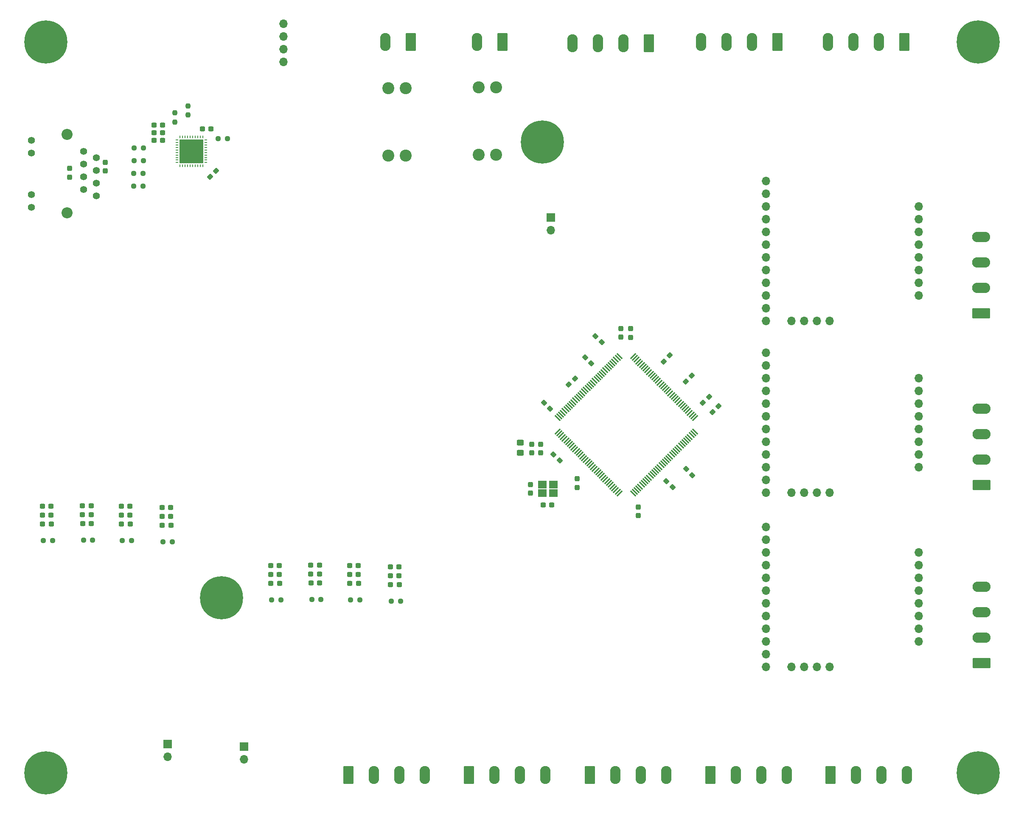
<source format=gbr>
%TF.GenerationSoftware,KiCad,Pcbnew,8.0.1*%
%TF.CreationDate,2024-05-06T01:07:55+02:00*%
%TF.ProjectId,launchpad-controller-v2,6c61756e-6368-4706-9164-2d636f6e7472,rev?*%
%TF.SameCoordinates,Original*%
%TF.FileFunction,Soldermask,Bot*%
%TF.FilePolarity,Negative*%
%FSLAX46Y46*%
G04 Gerber Fmt 4.6, Leading zero omitted, Abs format (unit mm)*
G04 Created by KiCad (PCBNEW 8.0.1) date 2024-05-06 01:07:55*
%MOMM*%
%LPD*%
G01*
G04 APERTURE LIST*
G04 Aperture macros list*
%AMRoundRect*
0 Rectangle with rounded corners*
0 $1 Rounding radius*
0 $2 $3 $4 $5 $6 $7 $8 $9 X,Y pos of 4 corners*
0 Add a 4 corners polygon primitive as box body*
4,1,4,$2,$3,$4,$5,$6,$7,$8,$9,$2,$3,0*
0 Add four circle primitives for the rounded corners*
1,1,$1+$1,$2,$3*
1,1,$1+$1,$4,$5*
1,1,$1+$1,$6,$7*
1,1,$1+$1,$8,$9*
0 Add four rect primitives between the rounded corners*
20,1,$1+$1,$2,$3,$4,$5,0*
20,1,$1+$1,$4,$5,$6,$7,0*
20,1,$1+$1,$6,$7,$8,$9,0*
20,1,$1+$1,$8,$9,$2,$3,0*%
G04 Aperture macros list end*
%ADD10C,0.900000*%
%ADD11C,8.600000*%
%ADD12C,2.400000*%
%ADD13RoundRect,0.249999X-0.790001X-1.550001X0.790001X-1.550001X0.790001X1.550001X-0.790001X1.550001X0*%
%ADD14O,2.080000X3.600000*%
%ADD15O,1.700000X1.700000*%
%ADD16RoundRect,0.249999X1.550001X-0.790001X1.550001X0.790001X-1.550001X0.790001X-1.550001X-0.790001X0*%
%ADD17O,3.600000X2.080000*%
%ADD18RoundRect,0.249999X0.790001X1.550001X-0.790001X1.550001X-0.790001X-1.550001X0.790001X-1.550001X0*%
%ADD19R,1.700000X1.700000*%
%ADD20C,1.397000*%
%ADD21C,2.209800*%
%ADD22RoundRect,0.237500X-0.237500X0.250000X-0.237500X-0.250000X0.237500X-0.250000X0.237500X0.250000X0*%
%ADD23RoundRect,0.237500X-0.044194X-0.380070X0.380070X0.044194X0.044194X0.380070X-0.380070X-0.044194X0*%
%ADD24RoundRect,0.237500X-0.237500X0.300000X-0.237500X-0.300000X0.237500X-0.300000X0.237500X0.300000X0*%
%ADD25RoundRect,0.237500X0.300000X0.237500X-0.300000X0.237500X-0.300000X-0.237500X0.300000X-0.237500X0*%
%ADD26RoundRect,0.237500X-0.300000X-0.237500X0.300000X-0.237500X0.300000X0.237500X-0.300000X0.237500X0*%
%ADD27RoundRect,0.237500X-0.250000X-0.237500X0.250000X-0.237500X0.250000X0.237500X-0.250000X0.237500X0*%
%ADD28RoundRect,0.237500X-0.380070X0.044194X0.044194X-0.380070X0.380070X-0.044194X-0.044194X0.380070X0*%
%ADD29R,1.800000X1.500000*%
%ADD30RoundRect,0.237500X0.237500X-0.300000X0.237500X0.300000X-0.237500X0.300000X-0.237500X-0.300000X0*%
%ADD31RoundRect,0.075000X-0.415425X-0.521491X0.521491X0.415425X0.415425X0.521491X-0.521491X-0.415425X0*%
%ADD32RoundRect,0.075000X0.415425X-0.521491X0.521491X-0.415425X-0.415425X0.521491X-0.521491X0.415425X0*%
%ADD33RoundRect,0.237500X0.250000X0.237500X-0.250000X0.237500X-0.250000X-0.237500X0.250000X-0.237500X0*%
%ADD34RoundRect,0.250000X-0.450000X0.325000X-0.450000X-0.325000X0.450000X-0.325000X0.450000X0.325000X0*%
%ADD35R,0.250000X0.600000*%
%ADD36R,0.600000X0.250000*%
%ADD37R,4.700001X4.700001*%
%ADD38RoundRect,0.237500X0.237500X-0.250000X0.237500X0.250000X-0.237500X0.250000X-0.237500X-0.250000X0*%
%ADD39RoundRect,0.237500X0.380070X-0.044194X-0.044194X0.380070X-0.380070X0.044194X0.044194X-0.380070X0*%
%ADD40RoundRect,0.237500X0.044194X0.380070X-0.380070X-0.044194X-0.044194X-0.380070X0.380070X0.044194X0*%
G04 APERTURE END LIST*
D10*
%TO.C,H2*%
X273775000Y204000000D03*
X274719581Y206280419D03*
X274719581Y201719581D03*
X277000000Y207225000D03*
D11*
X277000000Y204000000D03*
D10*
X277000000Y200775000D03*
X279280419Y206280419D03*
X279280419Y201719581D03*
X280225000Y204000000D03*
%TD*%
D12*
%TO.C,F2*%
X177370000Y181511500D03*
X180770000Y181511500D03*
X177370000Y194981500D03*
X180770000Y194981500D03*
%TD*%
D13*
%TO.C,J32*%
X151384000Y57625500D03*
D14*
X156464000Y57625500D03*
X161544000Y57625500D03*
X166624000Y57625500D03*
%TD*%
D10*
%TO.C,H3*%
X87775000Y58000000D03*
X88719581Y60280419D03*
X88719581Y55719581D03*
X91000000Y61225000D03*
D11*
X91000000Y58000000D03*
D10*
X91000000Y54775000D03*
X93280419Y60280419D03*
X93280419Y55719581D03*
X94225000Y58000000D03*
%TD*%
D15*
%TO.C,U12*%
X234696000Y141986000D03*
X234696000Y139446000D03*
X234696000Y136906000D03*
X234696000Y134366000D03*
X234696000Y131826000D03*
X234696000Y129286000D03*
X234696000Y126746000D03*
X234696000Y124206000D03*
X234696000Y121666000D03*
X234696000Y119126000D03*
X234696000Y116586000D03*
X234696000Y114046000D03*
X239776000Y114046000D03*
X242316000Y114046000D03*
X244856000Y114046000D03*
X247396000Y114046000D03*
X265176000Y136906000D03*
X265176000Y134366000D03*
X265176000Y131826000D03*
X265176000Y129286000D03*
X265176000Y126746000D03*
X265176000Y124206000D03*
X265176000Y121666000D03*
X265176000Y119126000D03*
%TD*%
%TO.C,U23*%
X234696000Y107188000D03*
X234696000Y104648000D03*
X234696000Y102108000D03*
X234696000Y99568000D03*
X234696000Y97028000D03*
X234696000Y94488000D03*
X234696000Y91948000D03*
X234696000Y89408000D03*
X234696000Y86868000D03*
X234696000Y84328000D03*
X234696000Y81788000D03*
X234696000Y79248000D03*
X239776000Y79248000D03*
X242316000Y79248000D03*
X244856000Y79248000D03*
X247396000Y79248000D03*
X265176000Y102108000D03*
X265176000Y99568000D03*
X265176000Y97028000D03*
X265176000Y94488000D03*
X265176000Y91948000D03*
X265176000Y89408000D03*
X265176000Y86868000D03*
X265176000Y84328000D03*
%TD*%
D16*
%TO.C,J15*%
X277622000Y149860000D03*
D17*
X277622000Y154940000D03*
X277622000Y160020000D03*
X277622000Y165100000D03*
%TD*%
D10*
%TO.C,H5*%
X122775000Y93000000D03*
X123719581Y95280419D03*
X123719581Y90719581D03*
X126000000Y96225000D03*
D11*
X126000000Y93000000D03*
D10*
X126000000Y89775000D03*
X128280419Y95280419D03*
X128280419Y90719581D03*
X129225000Y93000000D03*
%TD*%
D18*
%TO.C,J1*%
X163830000Y203994500D03*
D14*
X158750000Y203994500D03*
%TD*%
D13*
%TO.C,J33*%
X175433000Y57658000D03*
D14*
X180513000Y57658000D03*
X185593000Y57658000D03*
X190673000Y57658000D03*
%TD*%
D15*
%TO.C,U9*%
X234696000Y176276000D03*
X234696000Y173736000D03*
X234696000Y171196000D03*
X234696000Y168656000D03*
X234696000Y166116000D03*
X234696000Y163576000D03*
X234696000Y161036000D03*
X234696000Y158496000D03*
X234696000Y155956000D03*
X234696000Y153416000D03*
X234696000Y150876000D03*
X234696000Y148336000D03*
X239776000Y148336000D03*
X242316000Y148336000D03*
X244856000Y148336000D03*
X247396000Y148336000D03*
X265176000Y171196000D03*
X265176000Y168656000D03*
X265176000Y166116000D03*
X265176000Y163576000D03*
X265176000Y161036000D03*
X265176000Y158496000D03*
X265176000Y155956000D03*
X265176000Y153416000D03*
%TD*%
D13*
%TO.C,J36*%
X247523000Y57634000D03*
D14*
X252603000Y57634000D03*
X257683000Y57634000D03*
X262763000Y57634000D03*
%TD*%
D10*
%TO.C,H1*%
X87775000Y204000000D03*
X88719581Y206280419D03*
X88719581Y201719581D03*
X91000000Y207225000D03*
D11*
X91000000Y204000000D03*
D10*
X91000000Y200775000D03*
X93280419Y206280419D03*
X93280419Y201719581D03*
X94225000Y204000000D03*
%TD*%
D19*
%TO.C,J31*%
X130556000Y63251000D03*
D15*
X130556000Y60711000D03*
%TD*%
D18*
%TO.C,J3*%
X211314001Y203787500D03*
D14*
X206234001Y203787500D03*
X201154001Y203787500D03*
X196074001Y203787500D03*
%TD*%
D13*
%TO.C,J35*%
X223533999Y57624500D03*
D14*
X228613999Y57624500D03*
X233693999Y57624500D03*
X238773999Y57624500D03*
%TD*%
D10*
%TO.C,H6*%
X186775000Y184000000D03*
X187719581Y186280419D03*
X187719581Y181719581D03*
X190000000Y187225000D03*
D11*
X190000000Y184000000D03*
D10*
X190000000Y180775000D03*
X192280419Y186280419D03*
X192280419Y181719581D03*
X193225000Y184000000D03*
%TD*%
D15*
%TO.C,U1*%
X138430000Y200025000D03*
X138430000Y202565000D03*
X138430000Y205105000D03*
X138430000Y207645000D03*
%TD*%
D16*
%TO.C,J28*%
X277654500Y80010000D03*
D17*
X277654500Y85090000D03*
X277654500Y90170000D03*
X277654500Y95250000D03*
%TD*%
D19*
%TO.C,J27*%
X115316000Y63759000D03*
D15*
X115316000Y61219000D03*
%TD*%
D13*
%TO.C,J34*%
X199563000Y57658000D03*
D14*
X204643000Y57658000D03*
X209723000Y57658000D03*
X214803000Y57658000D03*
%TD*%
D20*
%TO.C,J6*%
X98513900Y182149750D03*
X101053900Y180879750D03*
X98513900Y179609750D03*
X101053900Y178339750D03*
X98513900Y177069750D03*
X101053900Y175799750D03*
X98513900Y174529750D03*
X101053900Y173259750D03*
X88099900Y184384950D03*
X88099900Y181844950D03*
X88099900Y173564550D03*
X88099900Y171024550D03*
D21*
X95211900Y185553350D03*
X95211900Y169856150D03*
%TD*%
D12*
%TO.C,F1*%
X159336000Y181348000D03*
X162736000Y181348000D03*
X159336000Y194818000D03*
X162736000Y194818000D03*
%TD*%
D16*
%TO.C,J24*%
X277654500Y115570000D03*
D17*
X277654500Y120650000D03*
X277654500Y125730000D03*
X277654500Y130810000D03*
%TD*%
D18*
%TO.C,J5*%
X262255000Y204041500D03*
D14*
X257175000Y204041500D03*
X252095000Y204041500D03*
X247015000Y204041500D03*
%TD*%
D10*
%TO.C,H4*%
X273775000Y58000000D03*
X274719581Y60280419D03*
X274719581Y55719581D03*
X277000000Y61225000D03*
D11*
X277000000Y58000000D03*
D10*
X277000000Y54775000D03*
X279280419Y60280419D03*
X279280419Y55719581D03*
X280225000Y58000000D03*
%TD*%
D18*
%TO.C,J4*%
X236968001Y204040500D03*
D14*
X231888001Y204040500D03*
X226808001Y204040500D03*
X221728001Y204040500D03*
%TD*%
D19*
%TO.C,J8*%
X191770000Y168915000D03*
D15*
X191770000Y166375000D03*
%TD*%
D18*
%TO.C,J2*%
X182118000Y203994500D03*
D14*
X177038000Y203994500D03*
%TD*%
D22*
%TO.C,R89*%
X119380000Y191263000D03*
X119380000Y189438000D03*
%TD*%
D23*
%TO.C,C73*%
X222071360Y131926480D03*
X223291120Y133146240D03*
%TD*%
D24*
%TO.C,C82*%
X187883240Y123695240D03*
X187883240Y121970240D03*
%TD*%
D25*
%TO.C,C66*%
X114273500Y187406000D03*
X112548500Y187406000D03*
%TD*%
%TO.C,C99*%
X115921000Y107513500D03*
X114196000Y107513500D03*
%TD*%
D26*
%TO.C,C103*%
X98283000Y109593500D03*
X100008000Y109593500D03*
%TD*%
%TO.C,C90*%
X151567000Y97705000D03*
X153292000Y97705000D03*
%TD*%
D25*
%TO.C,C100*%
X137597000Y95927000D03*
X135872000Y95927000D03*
%TD*%
D26*
%TO.C,C104*%
X90273000Y109545500D03*
X91998000Y109545500D03*
%TD*%
D27*
%TO.C,R96*%
X151774000Y92625000D03*
X153599000Y92625000D03*
%TD*%
D28*
%TO.C,C76*%
X218719120Y118719880D03*
X219938880Y117500120D03*
%TD*%
D26*
%TO.C,C94*%
X143829000Y97753000D03*
X145554000Y97753000D03*
%TD*%
D28*
%TO.C,C80*%
X190373000Y131953000D03*
X191592760Y130733240D03*
%TD*%
D25*
%TO.C,C91*%
X145607000Y95975000D03*
X143882000Y95975000D03*
%TD*%
D29*
%TO.C,Y1*%
X192201240Y113920240D03*
X190001240Y113920240D03*
X190001240Y115620240D03*
X192201240Y115620240D03*
%TD*%
D25*
%TO.C,C105*%
X107799000Y107767500D03*
X106074000Y107767500D03*
%TD*%
D27*
%TO.C,R97*%
X159896000Y92371000D03*
X161721000Y92371000D03*
%TD*%
D30*
%TO.C,C65*%
X95758000Y177038000D03*
X95758000Y178763000D03*
%TD*%
D26*
%TO.C,C106*%
X90273000Y111323500D03*
X91998000Y111323500D03*
%TD*%
D23*
%TO.C,C74*%
X223951240Y130098240D03*
X225171000Y131318000D03*
%TD*%
D26*
%TO.C,C95*%
X159689000Y97451000D03*
X161414000Y97451000D03*
%TD*%
D27*
%TO.C,R99*%
X136026000Y92625000D03*
X137851000Y92625000D03*
%TD*%
D25*
%TO.C,C102*%
X100061000Y107815500D03*
X98336000Y107815500D03*
%TD*%
D31*
%TO.C,U33*%
X205433434Y113818046D03*
X205079881Y114171599D03*
X204726327Y114525152D03*
X204372774Y114878706D03*
X204019221Y115232259D03*
X203665667Y115585813D03*
X203312114Y115939366D03*
X202958561Y116292919D03*
X202605007Y116646473D03*
X202251454Y117000026D03*
X201897900Y117353580D03*
X201544347Y117707133D03*
X201190794Y118060686D03*
X200837240Y118414240D03*
X200483687Y118767793D03*
X200130133Y119121346D03*
X199776580Y119474900D03*
X199423027Y119828453D03*
X199069473Y120182007D03*
X198715920Y120535560D03*
X198362366Y120889113D03*
X198008813Y121242667D03*
X197655260Y121596220D03*
X197301706Y121949774D03*
X196948153Y122303327D03*
X196594600Y122656880D03*
X196241046Y123010434D03*
X195887493Y123363987D03*
X195533939Y123717541D03*
X195180386Y124071094D03*
X194826833Y124424647D03*
X194473279Y124778201D03*
X194119726Y125131754D03*
X193766172Y125485307D03*
X193412619Y125838861D03*
X193059066Y126192414D03*
D32*
X193059066Y128897098D03*
X193412619Y129250651D03*
X193766172Y129604205D03*
X194119726Y129957758D03*
X194473279Y130311311D03*
X194826833Y130664865D03*
X195180386Y131018418D03*
X195533939Y131371971D03*
X195887493Y131725525D03*
X196241046Y132079078D03*
X196594600Y132432632D03*
X196948153Y132786185D03*
X197301706Y133139738D03*
X197655260Y133493292D03*
X198008813Y133846845D03*
X198362366Y134200399D03*
X198715920Y134553952D03*
X199069473Y134907505D03*
X199423027Y135261059D03*
X199776580Y135614612D03*
X200130133Y135968166D03*
X200483687Y136321719D03*
X200837240Y136675272D03*
X201190794Y137028826D03*
X201544347Y137382379D03*
X201897900Y137735932D03*
X202251454Y138089486D03*
X202605007Y138443039D03*
X202958561Y138796593D03*
X203312114Y139150146D03*
X203665667Y139503699D03*
X204019221Y139857253D03*
X204372774Y140210806D03*
X204726327Y140564360D03*
X205079881Y140917913D03*
X205433434Y141271466D03*
D31*
X208138118Y141271466D03*
X208491671Y140917913D03*
X208845225Y140564360D03*
X209198778Y140210806D03*
X209552331Y139857253D03*
X209905885Y139503699D03*
X210259438Y139150146D03*
X210612991Y138796593D03*
X210966545Y138443039D03*
X211320098Y138089486D03*
X211673652Y137735932D03*
X212027205Y137382379D03*
X212380758Y137028826D03*
X212734312Y136675272D03*
X213087865Y136321719D03*
X213441419Y135968166D03*
X213794972Y135614612D03*
X214148525Y135261059D03*
X214502079Y134907505D03*
X214855632Y134553952D03*
X215209186Y134200399D03*
X215562739Y133846845D03*
X215916292Y133493292D03*
X216269846Y133139738D03*
X216623399Y132786185D03*
X216976952Y132432632D03*
X217330506Y132079078D03*
X217684059Y131725525D03*
X218037613Y131371971D03*
X218391166Y131018418D03*
X218744719Y130664865D03*
X219098273Y130311311D03*
X219451826Y129957758D03*
X219805380Y129604205D03*
X220158933Y129250651D03*
X220512486Y128897098D03*
D32*
X220512486Y126192414D03*
X220158933Y125838861D03*
X219805380Y125485307D03*
X219451826Y125131754D03*
X219098273Y124778201D03*
X218744719Y124424647D03*
X218391166Y124071094D03*
X218037613Y123717541D03*
X217684059Y123363987D03*
X217330506Y123010434D03*
X216976952Y122656880D03*
X216623399Y122303327D03*
X216269846Y121949774D03*
X215916292Y121596220D03*
X215562739Y121242667D03*
X215209186Y120889113D03*
X214855632Y120535560D03*
X214502079Y120182007D03*
X214148525Y119828453D03*
X213794972Y119474900D03*
X213441419Y119121346D03*
X213087865Y118767793D03*
X212734312Y118414240D03*
X212380758Y118060686D03*
X212027205Y117707133D03*
X211673652Y117353580D03*
X211320098Y117000026D03*
X210966545Y116646473D03*
X210612991Y116292919D03*
X210259438Y115939366D03*
X209905885Y115585813D03*
X209552331Y115232259D03*
X209198778Y114878706D03*
X208845225Y114525152D03*
X208491671Y114171599D03*
X208138118Y113818046D03*
%TD*%
D33*
%TO.C,R94*%
X110363000Y177800000D03*
X108538000Y177800000D03*
%TD*%
D27*
%TO.C,R93*%
X108538000Y175260000D03*
X110363000Y175260000D03*
%TD*%
D33*
%TO.C,R90*%
X127174000Y184717999D03*
X125349000Y184717999D03*
%TD*%
D27*
%TO.C,R101*%
X98490000Y104513500D03*
X100315000Y104513500D03*
%TD*%
D25*
%TO.C,C62*%
X123952000Y186644000D03*
X122227000Y186644000D03*
%TD*%
D26*
%TO.C,C92*%
X143829000Y99531000D03*
X145554000Y99531000D03*
%TD*%
D25*
%TO.C,C64*%
X114273500Y184358000D03*
X112548500Y184358000D03*
%TD*%
D26*
%TO.C,C107*%
X106021000Y109545500D03*
X107746000Y109545500D03*
%TD*%
D25*
%TO.C,C88*%
X161467000Y95673000D03*
X159742000Y95673000D03*
%TD*%
D34*
%TO.C,FB2*%
X185597240Y124020240D03*
X185597240Y121970240D03*
%TD*%
D26*
%TO.C,C97*%
X114143000Y109291500D03*
X115868000Y109291500D03*
%TD*%
D33*
%TO.C,R92*%
X110410000Y182880000D03*
X108585000Y182880000D03*
%TD*%
D35*
%TO.C,U32*%
X122265001Y179278000D03*
X121764999Y179278000D03*
X121265000Y179278000D03*
X120765001Y179278000D03*
X120265000Y179278000D03*
X119765000Y179278000D03*
X119264999Y179278000D03*
X118765000Y179278000D03*
X118265001Y179278000D03*
X117764999Y179278000D03*
D36*
X117115001Y179927998D03*
X117115001Y180428000D03*
X117115001Y180927999D03*
X117115001Y181427998D03*
X117115001Y181927999D03*
X117115001Y182427999D03*
X117115001Y182928000D03*
X117115001Y183427999D03*
X117115001Y183927998D03*
X117115001Y184428000D03*
D35*
X117764999Y185077998D03*
X118265001Y185077998D03*
X118765000Y185077998D03*
X119264999Y185077998D03*
X119765000Y185077998D03*
X120265000Y185077998D03*
X120765001Y185077998D03*
X121265000Y185077998D03*
X121764999Y185077998D03*
X122265001Y185077998D03*
D36*
X122914999Y184428000D03*
X122914999Y183927998D03*
X122914999Y183427999D03*
X122914999Y182928000D03*
X122914999Y182427999D03*
X122914999Y181927999D03*
X122914999Y181427998D03*
X122914999Y180927999D03*
X122914999Y180428000D03*
X122914999Y179927998D03*
D37*
X120015000Y182177999D03*
%TD*%
D38*
%TO.C,R88*%
X116713000Y188019999D03*
X116713000Y189844999D03*
%TD*%
D25*
%TO.C,C108*%
X92051000Y107767500D03*
X90326000Y107767500D03*
%TD*%
D26*
%TO.C,C89*%
X151567000Y99483000D03*
X153292000Y99483000D03*
%TD*%
%TO.C,C109*%
X98283000Y111371500D03*
X100008000Y111371500D03*
%TD*%
%TO.C,C87*%
X159689000Y99229000D03*
X161414000Y99229000D03*
%TD*%
%TO.C,C98*%
X135819000Y97705000D03*
X137544000Y97705000D03*
%TD*%
D39*
%TO.C,C70*%
X199771000Y139827000D03*
X198551240Y141046760D03*
%TD*%
D26*
%TO.C,C110*%
X106021000Y111323500D03*
X107746000Y111323500D03*
%TD*%
%TO.C,C101*%
X135819000Y99483000D03*
X137544000Y99483000D03*
%TD*%
D23*
%TO.C,C61*%
X123748240Y177042240D03*
X124968000Y178262000D03*
%TD*%
%TO.C,C75*%
X218617240Y136194240D03*
X219837000Y137414000D03*
%TD*%
D24*
%TO.C,C83*%
X189661240Y123695240D03*
X189661240Y121970240D03*
%TD*%
%TO.C,C84*%
X187629240Y115620240D03*
X187629240Y113895240D03*
%TD*%
D30*
%TO.C,C63*%
X102870000Y178234000D03*
X102870000Y179959000D03*
%TD*%
D27*
%TO.C,R91*%
X108585000Y180340000D03*
X110410000Y180340000D03*
%TD*%
D30*
%TO.C,C72*%
X207670400Y145036200D03*
X207670400Y146761200D03*
%TD*%
%TO.C,C71*%
X205663240Y145084240D03*
X205663240Y146809240D03*
%TD*%
D23*
%TO.C,C69*%
X214249000Y140208000D03*
X215468760Y141427760D03*
%TD*%
D25*
%TO.C,C86*%
X191894240Y111556240D03*
X190169240Y111556240D03*
%TD*%
D27*
%TO.C,R102*%
X90480000Y104465500D03*
X92305000Y104465500D03*
%TD*%
D40*
%TO.C,C77*%
X196520620Y136804120D03*
X195300860Y135584360D03*
%TD*%
D24*
%TO.C,C79*%
X196951880Y116788381D03*
X196951880Y115063379D03*
%TD*%
D25*
%TO.C,C93*%
X153345000Y95927000D03*
X151620000Y95927000D03*
%TD*%
D26*
%TO.C,C96*%
X114143000Y111069500D03*
X115868000Y111069500D03*
%TD*%
D24*
%TO.C,C85*%
X209169000Y111125000D03*
X209169000Y109400000D03*
%TD*%
D39*
%TO.C,C68*%
X201853240Y144068240D03*
X200633480Y145288000D03*
%TD*%
%TO.C,C81*%
X193471240Y120446240D03*
X192251480Y121666000D03*
%TD*%
D25*
%TO.C,C67*%
X114273500Y185882000D03*
X112548500Y185882000D03*
%TD*%
D27*
%TO.C,R95*%
X144036000Y92673000D03*
X145861000Y92673000D03*
%TD*%
D28*
%TO.C,C78*%
X214782120Y116306880D03*
X216001880Y115087120D03*
%TD*%
D27*
%TO.C,R98*%
X114350000Y104211500D03*
X116175000Y104211500D03*
%TD*%
%TO.C,R100*%
X106228000Y104465500D03*
X108053000Y104465500D03*
%TD*%
M02*

</source>
